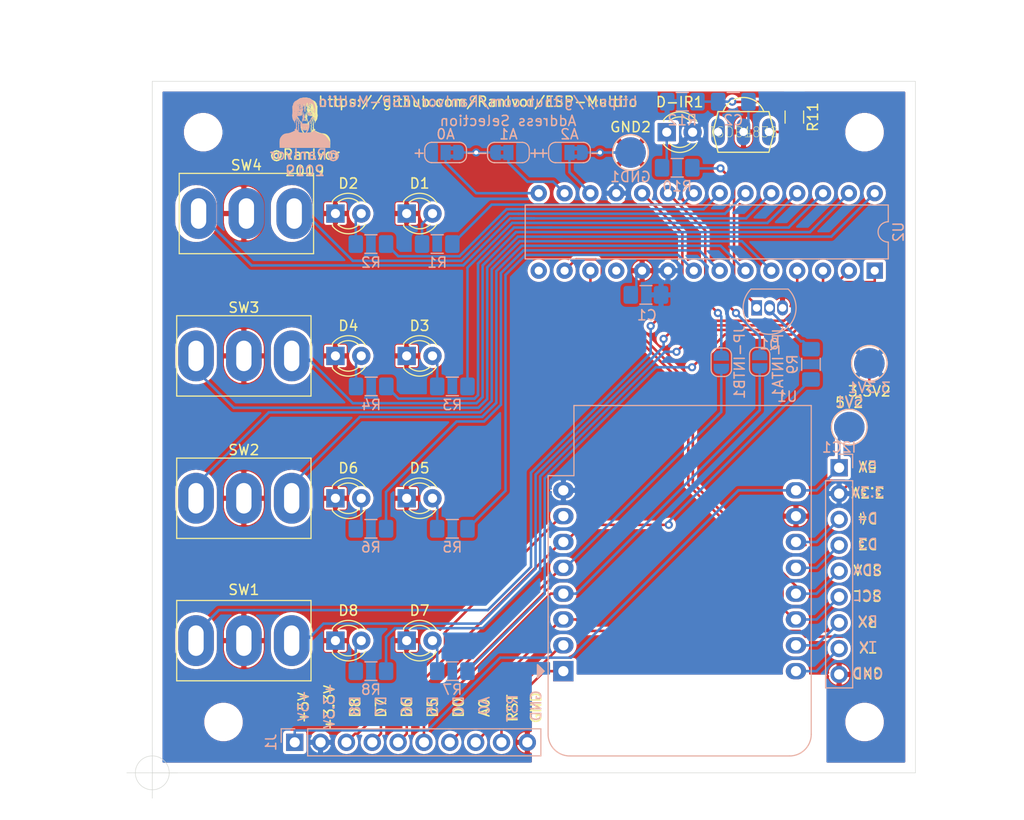
<source format=kicad_pcb>
(kicad_pcb (version 20171130) (host pcbnew 5.1.2-f72e74a~84~ubuntu18.04.1)
  (layers (0 F.Cu signal) (31 B.Cu signal) (34 B.Paste user) (35 F.Paste user) (36 B.SilkS user) (37 F.SilkS user) (38 B.Mask user) (39 F.Mask user) (44 Edge.Cuts user))
  (net 0 "")
  (net 1 GND)
  (net 2 +3V3)
  (net 3 +5V)
  (net 4 SDA)
  (net 5 SCL)
  (net 6 "Net-(D1-Pad2)")
  (net 7 "Net-(D2-Pad2)")
  (net 8 "Net-(D3-Pad2)")
  (net 9 "Net-(D4-Pad2)")
  (net 10 "Net-(D5-Pad2)")
  (net 11 "Net-(D6-Pad2)")
  (net 12 "Net-(D7-Pad2)")
  (net 13 "Net-(D8-Pad2)")
  (net 14 "Net-(A0-Pad2)")
  (net 15 "Net-(A1-Pad2)")
  (net 16 "Net-(A2-Pad2)")
  (net 17 /TX)
  (net 18 /RX)
  (net 19 D3)
  (net 20 D4)
  (net 21 /D5)
  (net 22 /D6)
  (net 23 "Net-(JP-INTB1-Pad2)")
  (net 24 /RST)
  (net 25 "Net-(JP-INTA1-Pad2)")
  (net 26 /A0)
  (net 27 /D0)
  (net 28 /D7)
  (net 29 /D8)
  (net 30 /GPA0)
  (net 31 /GPA1)
  (net 32 /GPA2)
  (net 33 /GPA3)
  (net 34 /GPA4)
  (net 35 /GPA5)
  (net 36 /GPA6)
  (net 37 /GPA7)
  (net 38 /GPB0)
  (net 39 /GPB1)
  (net 40 /GPB2)
  (net 41 /GPB3)
  (net 42 /GPB4)
  (net 43 /GPB5)
  (net 44 /GPB6)
  (net 45 /GPB7)
  (net 46 "Net-(Q1-Pad1)")
  (net 47 "Net-(Q1-Pad2)")
  (net 48 "Net-(C2-Pad1)")
  (net 49 "Net-(D-IR1-Pad1)")
  (net 50 "Net-(U2-Pad14)")
  (net 51 "Net-(U2-Pad11)")
  (module Switch:MTS-103 (layer F.Cu) (at 86.25 40 90)
    (fp_text reference SW4 (at 4.75 0 180) (layer F.SilkS))
    (fp_text value SW_SPDT_MSM)
    (pad 3 thru_hole oval (at 0 -4.7 90) (size 5 3.5) (drill oval 3 1.5) (layers *.Cu *.Mask) (net 33 /GPA3))
    (pad 2 thru_hole oval (at 0 0 90) (size 5 3.5) (drill oval 3 1.5) (layers *.Cu *.Mask) (net 1 GND))
    (pad 1 thru_hole oval (at 0 4.7 90) (size 5 3.5) (drill oval 3 1.5) (layers *.Cu *.Mask) (net 32 /GPA2))
  )
  (module Switch:MTS-103 (layer F.Cu) (at 86 54 90)
    (fp_text reference SW3 (at 4.75 0 180) (layer F.SilkS))
    (fp_text value SW_SPDT_MSM)
    (pad 3 thru_hole oval (at 0 -4.7 90) (size 5 3.5) (drill oval 3 1.5) (layers *.Cu *.Mask) (net 37 /GPA7))
    (pad 2 thru_hole oval (at 0 0 90) (size 5 3.5) (drill oval 3 1.5) (layers *.Cu *.Mask) (net 1 GND))
    (pad 1 thru_hole oval (at 0 4.7 90) (size 5 3.5) (drill oval 3 1.5) (layers *.Cu *.Mask) (net 36 /GPA6))
  )
  (module Switch:MTS-103 (layer F.Cu) (at 86 68 90)
    (fp_text reference SW2 (at 4.75 0 180) (layer F.SilkS))
    (fp_text value SW_SPDT_MSM)
    (pad 3 thru_hole oval (at 0 -4.7 90) (size 5 3.5) (drill oval 3 1.5) (layers *.Cu *.Mask) (net 42 /GPB4))
    (pad 2 thru_hole oval (at 0 0 90) (size 5 3.5) (drill oval 3 1.5) (layers *.Cu *.Mask) (net 1 GND))
    (pad 1 thru_hole oval (at 0 4.7 90) (size 5 3.5) (drill oval 3 1.5) (layers *.Cu *.Mask) (net 43 /GPB5))
  )
  (module Switch:MTS-103 (layer F.Cu) (at 86 82 90)
    (fp_text reference SW1 (at 5 0 180) (layer F.SilkS))
    (fp_text value SW_SPDT_MSM)
    (pad 3 thru_hole oval (at 0 -4.7 90) (size 5 3.5) (drill oval 3 1.5) (layers *.Cu *.Mask) (net 41 /GPB3))
    (pad 2 thru_hole oval (at 0 0 90) (size 5 3.5) (drill oval 3 1.5) (layers *.Cu *.Mask) (net 1 GND))
    (pad 1 thru_hole oval (at 0 4.7 90) (size 5 3.5) (drill oval 3 1.5) (layers *.Cu *.Mask) (net 40 /GPB2))
  )
  (module Resistor_SMD:R_1206_3216Metric_Pad1.42x1.75mm_HandSolder (layer B.Cu) (at 141.732 54.8275 270)
    (fp_text reference R9 (at 0 1.82 90) (layer B.SilkS) (effects (justify mirror)))
    (fp_text value 2.1kΩ)
    (pad 2 smd roundrect (at 1.4875 0 270) (size 1.425 1.75) (layers B.Cu B.Paste B.Mask) (roundrect_rratio 0.175439) (net 28 /D7))
    (pad 1 smd roundrect (at -1.4875 0 270) (size 1.425 1.75) (layers B.Cu B.Paste B.Mask) (roundrect_rratio 0.175439) (net 47 "Net-(Q1-Pad2)"))
  )
  (module Module:WEMOS_D1_mini_light (layer B.Cu) (at 117.4 85)
    (fp_text reference U1 (at 22 -27) (layer B.SilkS) (effects (justify mirror)))
    (fp_text value WeMos_D1_mini)
    (pad 2 thru_hole oval (at 0 -2.54) (size 2 1.6) (drill 1) (layers *.Cu *.Mask) (net 26 /A0))
    (pad 1 thru_hole rect (at 0 0) (size 2 2) (drill 1) (layers *.Cu *.Mask) (net 24 /RST))
    (pad 3 thru_hole oval (at 0 -5.08) (size 2 1.6) (drill 1) (layers *.Cu *.Mask) (net 27 /D0))
    (pad 4 thru_hole oval (at 0 -7.62) (size 2 1.6) (drill 1) (layers *.Cu *.Mask) (net 21 /D5))
    (pad 5 thru_hole oval (at 0 -10.16) (size 2 1.6) (drill 1) (layers *.Cu *.Mask) (net 22 /D6))
    (pad 6 thru_hole oval (at 0 -12.7) (size 2 1.6) (drill 1) (layers *.Cu *.Mask) (net 28 /D7))
    (pad 7 thru_hole oval (at 0 -15.24) (size 2 1.6) (drill 1) (layers *.Cu *.Mask) (net 29 /D8))
    (pad 8 thru_hole oval (at 0 -17.78) (size 2 1.6) (drill 1) (layers *.Cu *.Mask) (net 2 +3V3))
    (pad 9 thru_hole oval (at 22.86 -17.78) (size 2 1.6) (drill 1) (layers *.Cu *.Mask) (net 3 +5V))
    (pad 10 thru_hole oval (at 22.86 -15.24) (size 2 1.6) (drill 1) (layers *.Cu *.Mask) (net 1 GND))
    (pad 11 thru_hole oval (at 22.86 -12.7) (size 2 1.6) (drill 1) (layers *.Cu *.Mask) (net 20 D4))
    (pad 12 thru_hole oval (at 22.86 -10.16) (size 2 1.6) (drill 1) (layers *.Cu *.Mask) (net 19 D3))
    (pad 13 thru_hole oval (at 22.86 -7.62) (size 2 1.6) (drill 1) (layers *.Cu *.Mask) (net 4 SDA))
    (pad 14 thru_hole oval (at 22.86 -5.08) (size 2 1.6) (drill 1) (layers *.Cu *.Mask) (net 5 SCL))
    (pad 15 thru_hole oval (at 22.86 -2.54) (size 2 1.6) (drill 1) (layers *.Cu *.Mask) (net 18 /RX))
    (pad 16 thru_hole oval (at 22.86 0) (size 2 1.6) (drill 1) (layers *.Cu *.Mask) (net 17 /TX))
  )
  (module LED_THT:LED_D3.0mm (layer F.Cu) (at 95 82)
    (fp_text reference D8 (at 1.27 -2.96) (layer F.SilkS))
    (fp_text value LED)
    (pad 2 thru_hole circle (at 2.54 0) (size 1.8 1.8) (drill 0.9) (layers *.Cu *.Mask) (net 13 "Net-(D8-Pad2)"))
    (pad 1 thru_hole rect (at 0 0) (size 1.8 1.8) (drill 0.9) (layers *.Cu *.Mask) (net 1 GND))
  )
  (module logo:logo (layer B.Cu) (at 92 31 180)
    (fp_text reference G*** hide)
    (fp_text value LOGO hide)
  )
  (module logo:logo (layer F.Cu) (at 92 31)
    (fp_text reference G*** hide)
    (fp_text value LOGO hide)
  )
  (module Resistor_SMD:R_1206_3216Metric_Pad1.42x1.75mm_HandSolder (layer B.Cu) (at 129.0875 29)
    (fp_text reference R12 (at 0 1.82) (layer B.SilkS) (effects (justify mirror)))
    (fp_text value 100Ω)
    (pad 2 smd roundrect (at 1.4875 0) (size 1.425 1.75) (layers B.Cu B.Paste B.Mask) (roundrect_rratio 0.175439) (net 48 "Net-(C2-Pad1)"))
    (pad 1 smd roundrect (at -1.4875 0) (size 1.425 1.75) (layers B.Cu B.Paste B.Mask) (roundrect_rratio 0.175439) (net 2 +3V3))
  )
  (module Resistor_SMD:R_1206_3216Metric_Pad1.42x1.75mm_HandSolder (layer F.Cu) (at 140.1 30.5125 270)
    (fp_text reference R11 (at 0 -1.82 90) (layer F.SilkS))
    (fp_text value "33 kΩ")
    (pad 2 smd roundrect (at 1.4875 0 270) (size 1.425 1.75) (layers F.Cu F.Paste F.Mask) (roundrect_rratio 0.175439) (net 27 /D0))
    (pad 1 smd roundrect (at -1.4875 0 270) (size 1.425 1.75) (layers F.Cu F.Paste F.Mask) (roundrect_rratio 0.175439) (net 48 "Net-(C2-Pad1)"))
  )
  (module Capacitor_SMD:C_1206_3216Metric_Pad1.42x1.75mm_HandSolder (layer B.Cu) (at 134.1 29)
    (fp_text reference C2 (at 0 1.82) (layer B.SilkS) (effects (justify mirror)))
    (fp_text value "100 nF")
    (pad 2 smd roundrect (at 1.4875 0) (size 1.425 1.75) (layers B.Cu B.Paste B.Mask) (roundrect_rratio 0.175439) (net 1 GND))
    (pad 1 smd roundrect (at -1.4875 0) (size 1.425 1.75) (layers B.Cu B.Paste B.Mask) (roundrect_rratio 0.175439) (net 48 "Net-(C2-Pad1)"))
  )
  (module LED_THT:LED_D3.0mm (layer F.Cu) (at 127.56 32)
    (fp_text reference D-IR1 (at 1.27 -2.96) (layer F.SilkS))
    (fp_text value LED)
    (pad 2 thru_hole circle (at 2.54 0) (size 1.8 1.8) (drill 0.9) (layers *.Cu *.Mask) (net 2 +3V3))
    (pad 1 thru_hole rect (at 0 0) (size 1.8 1.8) (drill 0.9) (layers *.Cu *.Mask) (net 49 "Net-(D-IR1-Pad1)"))
  )
  (module TSOP1838:TSOP18XX (layer F.Cu) (at 135.1 32 180)
    (fp_text reference U4 (at 0 0) (layer F.SilkS) (effects (font (size 1 0.9) (thickness 0.05))))
    (fp_text value TSOP1838 (at 0 0) (layer F.SilkS) (effects (font (size 1 0.9) (thickness 0.05))))
    (pad OUT thru_hole oval (at -2.5012 0.0266 270) (size 2.6416 1.3208) (drill 0.8128) (layers *.Cu *.Mask) (net 27 /D0))
    (pad VCC thru_hole oval (at 2.4988 0.0266 270) (size 2.6416 1.3208) (drill 0.8128) (layers *.Cu *.Mask) (net 48 "Net-(C2-Pad1)"))
    (pad GND thru_hole oval (at -0.0012 0.0266 270) (size 2.6416 1.3208) (drill 0.8128) (layers *.Cu *.Mask) (net 1 GND))
  )
  (module Resistor_SMD:R_1206_3216Metric_Pad1.42x1.75mm_HandSolder (layer B.Cu) (at 128.5875 35.5)
    (fp_text reference R10 (at 0 1.82) (layer B.SilkS) (effects (justify mirror)))
    (fp_text value "53 Ω")
    (pad 2 smd roundrect (at 1.4875 0) (size 1.425 1.75) (layers B.Cu B.Paste B.Mask) (roundrect_rratio 0.175439) (net 46 "Net-(Q1-Pad1)"))
    (pad 1 smd roundrect (at -1.4875 0) (size 1.425 1.75) (layers B.Cu B.Paste B.Mask) (roundrect_rratio 0.175439) (net 49 "Net-(D-IR1-Pad1)"))
  )
  (module Package_TO_SOT_THT:TO-92_Inline (layer B.Cu) (at 136.398 49.276)
    (fp_text reference Q1 (at 1.27 3.56) (layer B.SilkS) (effects (justify mirror)))
    (fp_text value BC337)
    (pad 1 thru_hole rect (at 0 0) (size 1.05 1.5) (drill 0.75) (layers *.Cu *.Mask) (net 46 "Net-(Q1-Pad1)"))
    (pad 3 thru_hole oval (at 2.54 0) (size 1.05 1.5) (drill 0.75) (layers *.Cu *.Mask) (net 1 GND))
    (pad 2 thru_hole oval (at 1.27 0) (size 1.05 1.5) (drill 0.75) (layers *.Cu *.Mask) (net 47 "Net-(Q1-Pad2)"))
  )
  (module Connector_PinHeader_2.54mm:PinHeader_1x10_P2.54mm_Vertical (layer B.Cu) (at 91 92 270)
    (fp_text reference J1 (at 0 2.33 90) (layer B.SilkS) (effects (justify mirror)))
    (fp_text value Conn_01x10)
    (pad 10 thru_hole oval (at 0 -22.86 270) (size 1.7 1.7) (drill 1) (layers *.Cu *.Mask) (net 1 GND))
    (pad 9 thru_hole oval (at 0 -20.32 270) (size 1.7 1.7) (drill 1) (layers *.Cu *.Mask) (net 24 /RST))
    (pad 8 thru_hole oval (at 0 -17.78 270) (size 1.7 1.7) (drill 1) (layers *.Cu *.Mask) (net 26 /A0))
    (pad 7 thru_hole oval (at 0 -15.24 270) (size 1.7 1.7) (drill 1) (layers *.Cu *.Mask) (net 27 /D0))
    (pad 6 thru_hole oval (at 0 -12.7 270) (size 1.7 1.7) (drill 1) (layers *.Cu *.Mask) (net 21 /D5))
    (pad 5 thru_hole oval (at 0 -10.16 270) (size 1.7 1.7) (drill 1) (layers *.Cu *.Mask) (net 22 /D6))
    (pad 4 thru_hole oval (at 0 -7.62 270) (size 1.7 1.7) (drill 1) (layers *.Cu *.Mask) (net 28 /D7))
    (pad 3 thru_hole oval (at 0 -5.08 270) (size 1.7 1.7) (drill 1) (layers *.Cu *.Mask) (net 29 /D8))
    (pad 2 thru_hole oval (at 0 -2.54 270) (size 1.7 1.7) (drill 1) (layers *.Cu *.Mask) (net 2 +3V3))
    (pad 1 thru_hole rect (at 0 0 270) (size 1.7 1.7) (drill 1) (layers *.Cu *.Mask) (net 3 +5V))
  )
  (module Jumper:SolderJumper-2_P1.3mm_Open_RoundedPad1.0x1.5mm (layer B.Cu) (at 136.697 54.573 90)
    (fp_text reference JP-INTA1 (at 0 1.8 270) (layer B.SilkS) (effects (justify mirror)))
    (fp_text value SolderJumper_2_Open)
    (pad 2 smd custom (at 0.65 0 90) (size 1 0.5) (layers B.Cu B.Mask) (net 25 "Net-(JP-INTA1-Pad2)") (options (clearance outline) (anchor rect)) (primitives (gr_circle (center 0 -0.25) (end 0.5 -0.25) (width 0)) (gr_circle (center 0 0.25) (end 0.5 0.25) (width 0)) (gr_poly (pts (xy 0 0.75) (xy -0.5 0.75) (xy -0.5 -0.75) (xy 0 -0.75)) (width 0))))
    (pad 1 smd custom (at -0.65 0 90) (size 1 0.5) (layers B.Cu B.Mask) (net 21 /D5) (options (clearance outline) (anchor rect)) (primitives (gr_circle (center 0 -0.25) (end 0.5 -0.25) (width 0)) (gr_circle (center 0 0.25) (end 0.5 0.25) (width 0)) (gr_poly (pts (xy 0 0.75) (xy 0.5 0.75) (xy 0.5 -0.75) (xy 0 -0.75)) (width 0))))
  )
  (module Jumper:SolderJumper-2_P1.3mm_Open_RoundedPad1.0x1.5mm (layer B.Cu) (at 132.922 54.623 90)
    (fp_text reference JP-INTB1 (at 0 1.8 270) (layer B.SilkS) (effects (justify mirror)))
    (fp_text value SolderJumper_2_Open)
    (pad 2 smd custom (at 0.65 0 90) (size 1 0.5) (layers B.Cu B.Mask) (net 23 "Net-(JP-INTB1-Pad2)") (options (clearance outline) (anchor rect)) (primitives (gr_circle (center 0 -0.25) (end 0.5 -0.25) (width 0)) (gr_circle (center 0 0.25) (end 0.5 0.25) (width 0)) (gr_poly (pts (xy 0 0.75) (xy -0.5 0.75) (xy -0.5 -0.75) (xy 0 -0.75)) (width 0))))
    (pad 1 smd custom (at -0.65 0 90) (size 1 0.5) (layers B.Cu B.Mask) (net 22 /D6) (options (clearance outline) (anchor rect)) (primitives (gr_circle (center 0 -0.25) (end 0.5 -0.25) (width 0)) (gr_circle (center 0 0.25) (end 0.5 0.25) (width 0)) (gr_poly (pts (xy 0 0.75) (xy 0.5 0.75) (xy 0.5 -0.75) (xy 0 -0.75)) (width 0))))
  )
  (module Connector_PinHeader_2.54mm:PinHeader_1x09_P2.54mm_Vertical (layer B.Cu) (at 144.5 65 180)
    (fp_text reference I2C1 (at 0 2) (layer B.SilkS) (effects (justify mirror)))
    (fp_text value Conn_01x09)
    (pad 9 thru_hole oval (at 0 -20.32 180) (size 1.7 1.7) (drill 1) (layers *.Cu *.Mask) (net 1 GND))
    (pad 8 thru_hole oval (at 0 -17.78 180) (size 1.7 1.7) (drill 1) (layers *.Cu *.Mask) (net 17 /TX))
    (pad 7 thru_hole oval (at 0 -15.24 180) (size 1.7 1.7) (drill 1) (layers *.Cu *.Mask) (net 18 /RX))
    (pad 6 thru_hole oval (at 0 -12.7 180) (size 1.7 1.7) (drill 1) (layers *.Cu *.Mask) (net 5 SCL))
    (pad 5 thru_hole oval (at 0 -10.16 180) (size 1.7 1.7) (drill 1) (layers *.Cu *.Mask) (net 4 SDA))
    (pad 4 thru_hole oval (at 0 -7.62 180) (size 1.7 1.7) (drill 1) (layers *.Cu *.Mask) (net 19 D3))
    (pad 3 thru_hole oval (at 0 -5.08 180) (size 1.7 1.7) (drill 1) (layers *.Cu *.Mask) (net 20 D4))
    (pad 2 thru_hole oval (at 0 -2.54 180) (size 1.7 1.7) (drill 1) (layers *.Cu *.Mask) (net 2 +3V3))
    (pad 1 thru_hole rect (at 0 0 180) (size 1.7 1.7) (drill 1) (layers *.Cu *.Mask) (net 3 +5V))
  )
  (module TestPoint:TestPoint_Pad_D3.0mm (layer F.Cu) (at 147.472 54.73)
    (fp_text reference 3.3V2 (at 0 2.75) (layer F.SilkS))
    (fp_text value TestPoint)
    (pad 1 smd circle (at 0 0) (size 3 3) (layers F.Cu F.Mask) (net 2 +3V3))
  )
  (module Package_DIP:DIP-28_W7.62mm (layer B.Cu) (at 148 45.62 90)
    (fp_text reference U2 (at 3.81 2.33 90) (layer B.SilkS) (effects (justify mirror)))
    (fp_text value MCP23017_SP)
    (pad 28 thru_hole oval (at 7.62 0 90) (size 1.6 1.6) (drill 0.8) (layers *.Cu *.Mask) (net 37 /GPA7))
    (pad 14 thru_hole oval (at 0 -33.02 90) (size 1.6 1.6) (drill 0.8) (layers *.Cu *.Mask) (net 50 "Net-(U2-Pad14)"))
    (pad 27 thru_hole oval (at 7.62 -2.54 90) (size 1.6 1.6) (drill 0.8) (layers *.Cu *.Mask) (net 36 /GPA6))
    (pad 13 thru_hole oval (at 0 -30.48 90) (size 1.6 1.6) (drill 0.8) (layers *.Cu *.Mask) (net 4 SDA))
    (pad 26 thru_hole oval (at 7.62 -5.08 90) (size 1.6 1.6) (drill 0.8) (layers *.Cu *.Mask) (net 35 /GPA5))
    (pad 12 thru_hole oval (at 0 -27.94 90) (size 1.6 1.6) (drill 0.8) (layers *.Cu *.Mask) (net 5 SCL))
    (pad 25 thru_hole oval (at 7.62 -7.62 90) (size 1.6 1.6) (drill 0.8) (layers *.Cu *.Mask) (net 34 /GPA4))
    (pad 11 thru_hole oval (at 0 -25.4 90) (size 1.6 1.6) (drill 0.8) (layers *.Cu *.Mask) (net 51 "Net-(U2-Pad11)"))
    (pad 24 thru_hole oval (at 7.62 -10.16 90) (size 1.6 1.6) (drill 0.8) (layers *.Cu *.Mask) (net 33 /GPA3))
    (pad 10 thru_hole oval (at 0 -22.86 90) (size 1.6 1.6) (drill 0.8) (layers *.Cu *.Mask) (net 1 GND))
    (pad 23 thru_hole oval (at 7.62 -12.7 90) (size 1.6 1.6) (drill 0.8) (layers *.Cu *.Mask) (net 32 /GPA2))
    (pad 9 thru_hole oval (at 0 -20.32 90) (size 1.6 1.6) (drill 0.8) (layers *.Cu *.Mask) (net 2 +3V3))
    (pad 22 thru_hole oval (at 7.62 -15.24 90) (size 1.6 1.6) (drill 0.8) (layers *.Cu *.Mask) (net 31 /GPA1))
    (pad 8 thru_hole oval (at 0 -17.78 90) (size 1.6 1.6) (drill 0.8) (layers *.Cu *.Mask) (net 45 /GPB7))
    (pad 21 thru_hole oval (at 7.62 -17.78 90) (size 1.6 1.6) (drill 0.8) (layers *.Cu *.Mask) (net 30 /GPA0))
    (pad 7 thru_hole oval (at 0 -15.24 90) (size 1.6 1.6) (drill 0.8) (layers *.Cu *.Mask) (net 44 /GPB6))
    (pad 20 thru_hole oval (at 7.62 -20.32 90) (size 1.6 1.6) (drill 0.8) (layers *.Cu *.Mask) (net 25 "Net-(JP-INTA1-Pad2)"))
    (pad 6 thru_hole oval (at 0 -12.7 90) (size 1.6 1.6) (drill 0.8) (layers *.Cu *.Mask) (net 43 /GPB5))
    (pad 19 thru_hole oval (at 7.62 -22.86 90) (size 1.6 1.6) (drill 0.8) (layers *.Cu *.Mask) (net 23 "Net-(JP-INTB1-Pad2)"))
    (pad 5 thru_hole oval (at 0 -10.16 90) (size 1.6 1.6) (drill 0.8) (layers *.Cu *.Mask) (net 42 /GPB4))
    (pad 18 thru_hole oval (at 7.62 -25.4 90) (size 1.6 1.6) (drill 0.8) (layers *.Cu *.Mask) (net 2 +3V3))
    (pad 4 thru_hole oval (at 0 -7.62 90) (size 1.6 1.6) (drill 0.8) (layers *.Cu *.Mask) (net 41 /GPB3))
    (pad 17 thru_hole oval (at 7.62 -27.94 90) (size 1.6 1.6) (drill 0.8) (layers *.Cu *.Mask) (net 16 "Net-(A2-Pad2)"))
    (pad 3 thru_hole oval (at 0 -5.08 90) (size 1.6 1.6) (drill 0.8) (layers *.Cu *.Mask) (net 40 /GPB2))
    (pad 16 thru_hole oval (at 7.62 -30.48 90) (size 1.6 1.6) (drill 0.8) (layers *.Cu *.Mask) (net 15 "Net-(A1-Pad2)"))
    (pad 2 thru_hole oval (at 0 -2.54 90) (size 1.6 1.6) (drill 0.8) (layers *.Cu *.Mask) (net 39 /GPB1))
    (pad 15 thru_hole oval (at 7.62 -33.02 90) (size 1.6 1.6) (drill 0.8) (layers *.Cu *.Mask) (net 14 "Net-(A0-Pad2)"))
    (pad 1 thru_hole rect (at 0 0 90) (size 1.6 1.6) (drill 0.8) (layers *.Cu *.Mask) (net 38 /GPB0))
  )
  (module Capacitor_SMD:C_1206_3216Metric_Pad1.42x1.75mm_HandSolder (layer B.Cu) (at 125.5125 48 180)
    (fp_text reference C1 (at -0.0952 -2) (layer B.SilkS) (effects (justify mirror)))
    (fp_text value "100 nF")
    (pad 2 smd roundrect (at 1.4875 0 180) (size 1.425 1.75) (layers B.Cu B.Paste B.Mask) (roundrect_rratio 0.175439) (net 1 GND))
    (pad 1 smd roundrect (at -1.4875 0 180) (size 1.425 1.75) (layers B.Cu B.Paste B.Mask) (roundrect_rratio 0.175439) (net 2 +3V3))
  )
  (module MountingHole:MountingHole_3.2mm_M3 (layer F.Cu) (at 82 32)
    (fp_text reference H4 (at 0.25 0) (layer F.SilkS))
    (fp_text value MountingHole)
    (pad 1 np_thru_hole circle (at 0 0) (size 3.2 3.2) (drill 3.2) (layers *.Cu *.Mask))
  )
  (module MountingHole:MountingHole_3.2mm_M3 (layer F.Cu) (at 147 32)
    (fp_text reference H3 (at 0.25 0) (layer F.SilkS))
    (fp_text value MountingHole)
    (pad 1 np_thru_hole circle (at 0 0) (size 3.2 3.2) (drill 3.2) (layers *.Cu *.Mask))
  )
  (module MountingHole:MountingHole_3.2mm_M3 (layer F.Cu) (at 147 90)
    (fp_text reference H2 (at 0.25 0) (layer F.SilkS))
    (fp_text value MountingHole)
    (pad 1 np_thru_hole circle (at 0 0) (size 3.2 3.2) (drill 3.2) (layers *.Cu *.Mask))
  )
  (module MountingHole:MountingHole_3.2mm_M3 (layer F.Cu) (at 84 90)
    (fp_text reference H1 (at 0.25 0) (layer F.SilkS))
    (fp_text value MountingHole)
    (pad 1 np_thru_hole circle (at 0 0) (size 3.2 3.2) (drill 3.2) (layers *.Cu *.Mask))
  )
  (module TestPoint:TestPoint_Pad_D3.0mm (layer F.Cu) (at 124 34)
    (fp_text reference GND2 (at 0 -2.5) (layer F.SilkS))
    (fp_text value TestPoint)
    (pad 1 smd circle (at 0 0) (size 3 3) (layers F.Cu F.Mask) (net 1 GND))
  )
  (module TestPoint:TestPoint_Pad_D3.0mm (layer F.Cu) (at 145.5 61)
    (fp_text reference 5V2 (at 0 -2.398) (layer F.SilkS))
    (fp_text value TestPoint)
    (pad 1 smd circle (at 0 0) (size 3 3) (layers F.Cu F.Mask) (net 3 +5V))
  )
  (module LED_THT:LED_D3.0mm (layer F.Cu) (at 102 82)
    (fp_text reference D7 (at 1.27 -2.96) (layer F.SilkS))
    (fp_text value LED)
    (pad 2 thru_hole circle (at 2.54 0) (size 1.8 1.8) (drill 0.9) (layers *.Cu *.Mask) (net 12 "Net-(D7-Pad2)"))
    (pad 1 thru_hole rect (at 0 0) (size 1.8 1.8) (drill 0.9) (layers *.Cu *.Mask) (net 1 GND))
  )
  (module LED_THT:LED_D3.0mm (layer F.Cu) (at 95 68)
    (fp_text reference D6 (at 1.27 -2.96) (layer F.SilkS))
    (fp_text value LED)
    (pad 2 thru_hole circle (at 2.54 0) (size 1.8 1.8) (drill 0.9) (layers *.Cu *.Mask) (net 11 "Net-(D6-Pad2)"))
    (pad 1 thru_hole rect (at 0 0) (size 1.8 1.8) (drill 0.9) (layers *.Cu *.Mask) (net 1 GND))
  )
  (module LED_THT:LED_D3.0mm (layer F.Cu) (at 102 68)
    (fp_text reference D5 (at 1.27 -2.96) (layer F.SilkS))
    (fp_text value LED)
    (pad 2 thru_hole circle (at 2.54 0) (size 1.8 1.8) (drill 0.9) (layers *.Cu *.Mask) (net 10 "Net-(D5-Pad2)"))
    (pad 1 thru_hole rect (at 0 0) (size 1.8 1.8) (drill 0.9) (layers *.Cu *.Mask) (net 1 GND))
  )
  (module LED_THT:LED_D3.0mm (layer F.Cu) (at 95 54)
    (fp_text reference D4 (at 1.27 -2.96) (layer F.SilkS))
    (fp_text value LED)
    (pad 2 thru_hole circle (at 2.54 0) (size 1.8 1.8) (drill 0.9) (layers *.Cu *.Mask) (net 9 "Net-(D4-Pad2)"))
    (pad 1 thru_hole rect (at 0 0) (size 1.8 1.8) (drill 0.9) (layers *.Cu *.Mask) (net 1 GND))
  )
  (module LED_THT:LED_D3.0mm (layer F.Cu) (at 102 54)
    (fp_text reference D3 (at 1.27 -2.96) (layer F.SilkS))
    (fp_text value LED)
    (pad 2 thru_hole circle (at 2.54 0) (size 1.8 1.8) (drill 0.9) (layers *.Cu *.Mask) (net 8 "Net-(D3-Pad2)"))
    (pad 1 thru_hole rect (at 0 0) (size 1.8 1.8) (drill 0.9) (layers *.Cu *.Mask) (net 1 GND))
  )
  (module LED_THT:LED_D3.0mm (layer F.Cu) (at 95 40)
    (fp_text reference D2 (at 1.27 -2.96) (layer F.SilkS))
    (fp_text value LED)
    (pad 2 thru_hole circle (at 2.54 0) (size 1.8 1.8) (drill 0.9) (layers *.Cu *.Mask) (net 7 "Net-(D2-Pad2)"))
    (pad 1 thru_hole rect (at 0 0) (size 1.8 1.8) (drill 0.9) (layers *.Cu *.Mask) (net 1 GND))
  )
  (module LED_THT:LED_D3.0mm (layer F.Cu) (at 102 40)
    (fp_text reference D1 (at 1.27 -2.96) (layer F.SilkS))
    (fp_text value LED)
    (pad 2 thru_hole circle (at 2.54 0) (size 1.8 1.8) (drill 0.9) (layers *.Cu *.Mask) (net 6 "Net-(D1-Pad2)"))
    (pad 1 thru_hole rect (at 0 0) (size 1.8 1.8) (drill 0.9) (layers *.Cu *.Mask) (net 1 GND))
  )
  (module Resistor_SMD:R_1206_3216Metric_Pad1.42x1.75mm_HandSolder (layer B.Cu) (at 98.4875 85)
    (fp_text reference R8 (at 0 1.82 180) (layer B.SilkS) (effects (justify mirror)))
    (fp_text value R)
    (pad 2 smd roundrect (at 1.4875 0) (size 1.425 1.75) (layers B.Cu B.Paste B.Mask) (roundrect_rratio 0.175439) (net 39 /GPB1))
    (pad 1 smd roundrect (at -1.4875 0) (size 1.425 1.75) (layers B.Cu B.Paste B.Mask) (roundrect_rratio 0.175439) (net 13 "Net-(D8-Pad2)"))
  )
  (module Resistor_SMD:R_1206_3216Metric_Pad1.42x1.75mm_HandSolder (layer B.Cu) (at 106.4875 85)
    (fp_text reference R7 (at 0 1.82 180) (layer B.SilkS) (effects (justify mirror)))
    (fp_text value R)
    (pad 2 smd roundrect (at 1.4875 0) (size 1.425 1.75) (layers B.Cu B.Paste B.Mask) (roundrect_rratio 0.175439) (net 38 /GPB0))
    (pad 1 smd roundrect (at -1.4875 0) (size 1.425 1.75) (layers B.Cu B.Paste B.Mask) (roundrect_rratio 0.175439) (net 12 "Net-(D7-Pad2)"))
  )
  (module Resistor_SMD:R_1206_3216Metric_Pad1.42x1.75mm_HandSolder (layer B.Cu) (at 98.4875 71)
    (fp_text reference R6 (at 0 1.82 180) (layer B.SilkS) (effects (justify mirror)))
    (fp_text value R)
    (pad 2 smd roundrect (at 1.4875 0) (size 1.425 1.75) (layers B.Cu B.Paste B.Mask) (roundrect_rratio 0.175439) (net 44 /GPB6))
    (pad 1 smd roundrect (at -1.4875 0) (size 1.425 1.75) (layers B.Cu B.Paste B.Mask) (roundrect_rratio 0.175439) (net 11 "Net-(D6-Pad2)"))
  )
  (module Resistor_SMD:R_1206_3216Metric_Pad1.42x1.75mm_HandSolder (layer B.Cu) (at 106.4875 71)
    (fp_text reference R5 (at 0 1.82 180) (layer B.SilkS) (effects (justify mirror)))
    (fp_text value R)
    (pad 2 smd roundrect (at 1.4875 0) (size 1.425 1.75) (layers B.Cu B.Paste B.Mask) (roundrect_rratio 0.175439) (net 45 /GPB7))
    (pad 1 smd roundrect (at -1.4875 0) (size 1.425 1.75) (layers B.Cu B.Paste B.Mask) (roundrect_rratio 0.175439) (net 10 "Net-(D5-Pad2)"))
  )
  (module Resistor_SMD:R_1206_3216Metric_Pad1.42x1.75mm_HandSolder (layer B.Cu) (at 98.5125 57)
    (fp_text reference R4 (at 0 1.82 180) (layer B.SilkS) (effects (justify mirror)))
    (fp_text value R)
    (pad 2 smd roundrect (at 1.4875 0) (size 1.425 1.75) (layers B.Cu B.Paste B.Mask) (roundrect_rratio 0.175439) (net 35 /GPA5))
    (pad 1 smd roundrect (at -1.4875 0) (size 1.425 1.75) (layers B.Cu B.Paste B.Mask) (roundrect_rratio 0.175439) (net 9 "Net-(D4-Pad2)"))
  )
  (module Resistor_SMD:R_1206_3216Metric_Pad1.42x1.75mm_HandSolder (layer B.Cu) (at 106.4875 57)
    (fp_text reference R3 (at 0 1.82 180) (layer B.SilkS) (effects (justify mirror)))
    (fp_text value R)
    (pad 2 smd roundrect (at 1.4875 0) (size 1.425 1.75) (layers B.Cu B.Paste B.Mask) (roundrect_rratio 0.175439) (net 34 /GPA4))
    (pad 1 smd roundrect (at -1.4875 0) (size 1.425 1.75) (layers B.Cu B.Paste B.Mask) (roundrect_rratio 0.175439) (net 8 "Net-(D3-Pad2)"))
  )
  (module Resistor_SMD:R_1206_3216Metric_Pad1.42x1.75mm_HandSolder (layer B.Cu) (at 98.4875 43)
    (fp_text reference R2 (at 0 1.82 180) (layer B.SilkS) (effects (justify mirror)))
    (fp_text value R)
    (pad 2 smd roundrect (at 1.4875 0) (size 1.425 1.75) (layers B.Cu B.Paste B.Mask) (roundrect_rratio 0.175439) (net 31 /GPA1))
    (pad 1 smd roundrect (at -1.4875 0) (size 1.425 1.75) (layers B.Cu B.Paste B.Mask) (roundrect_rratio 0.175439) (net 7 "Net-(D2-Pad2)"))
  )
  (module Resistor_SMD:R_1206_3216Metric_Pad1.42x1.75mm_HandSolder (layer B.Cu) (at 105 43)
    (fp_text reference R1 (at 0 1.82 180) (layer B.SilkS) (effects (justify mirror)))
    (fp_text value R)
    (pad 2 smd roundrect (at 1.4875 0) (size 1.425 1.75) (layers B.Cu B.Paste B.Mask) (roundrect_rratio 0.175439) (net 30 /GPA0))
    (pad 1 smd roundrect (at -1.4875 0) (size 1.425 1.75) (layers B.Cu B.Paste B.Mask) (roundrect_rratio 0.175439) (net 6 "Net-(D1-Pad2)"))
  )
  (module TestPoint:TestPoint_Pad_D3.0mm (layer B.Cu) (at 145.5 61)
    (fp_text reference 5V1 (at 0 -2.5) (layer B.SilkS) (effects (justify mirror)))
    (fp_text value TestPoint)
    (pad 1 smd circle (at 0 0) (size 3 3) (layers B.Cu B.Mask) (net 3 +5V))
  )
  (module TestPoint:TestPoint_Pad_D3.0mm (layer B.Cu) (at 124 34)
    (fp_text reference GND1 (at 0 2.398) (layer B.SilkS) (effects (justify mirror)))
    (fp_text value TestPoint)
    (pad 1 smd circle (at 0 0) (size 3 3) (layers B.Cu B.Mask) (net 1 GND))
  )
  (module TestPoint:TestPoint_Pad_D3.0mm (layer B.Cu) (at 147.472 54.73)
    (fp_text reference 3.3V1 (at 0 2.398) (layer B.SilkS) (effects (justify mirror)))
    (fp_text value TestPoint)
    (pad 1 smd circle (at 0 0) (size 3 3) (layers B.Cu B.Mask) (net 2 +3V3))
  )
  (module Jumper:SolderJumper-3_P1.3mm_Bridged2Bar12_RoundedPad1.0x1.5mm_NumberLabels (layer B.Cu) (at 112 34)
    (fp_text reference A1 (at 0 -1.7928) (layer B.SilkS) (effects (justify mirror)))
    (fp_text value SolderJumper)
    (fp_text user + (at 2.6 0) (layer B.SilkS) (effects (justify mirror)))
    (fp_text user - (at -2.6 0) (layer B.SilkS) (effects (justify mirror)))
    (fp_poly (pts (xy -0.9 0.6) (xy -0.4 0.6) (xy -0.4 0.2) (xy -0.9 0.2)) (layer B.Cu) (width 0))
    (fp_poly (pts (xy -0.9 -0.2) (xy -0.4 -0.2) (xy -0.4 -0.6) (xy -0.9 -0.6)) (layer B.Cu) (width 0))
    (pad 3 smd custom (at 1.3 0) (size 1 0.5) (layers B.Cu B.Mask) (net 2 +3V3) (options (clearance outline) (anchor rect)) (primitives (gr_circle (center 0 -0.25) (end 0.5 -0.25) (width 0)) (gr_circle (center 0 0.25) (end 0.5 0.25) (width 0)) (gr_poly (pts (xy -0.55 0.75) (xy 0 0.75) (xy 0 -0.75) (xy -0.55 -0.75)) (width 0))))
    (pad 2 smd rect (at 0 0) (size 1 1.5) (layers B.Cu B.Mask) (net 15 "Net-(A1-Pad2)"))
    (pad 1 smd custom (at -1.3 0) (size 1 0.5) (layers B.Cu B.Mask) (net 1 GND) (options (clearance outline) (anchor rect)) (primitives (gr_circle (center 0 -0.25) (end 0.5 -0.25) (width 0)) (gr_circle (center 0 0.25) (end 0.5 0.25) (width 0)) (gr_poly (pts (xy 0.55 0.75) (xy 0 0.75) (xy 0 -0.75) (xy 0.55 -0.75)) (width 0))))
  )
  (module Jumper:SolderJumper-3_P1.3mm_Bridged2Bar12_RoundedPad1.0x1.5mm_NumberLabels (layer B.Cu) (at 118 34 180)
    (fp_text reference A2 (at 0 1.8) (layer B.SilkS) (effects (justify mirror)))
    (fp_text value SolderJumper)
    (fp_text user + (at 2.6 0) (layer B.SilkS) (effects (justify mirror)))
    (fp_text user - (at -2.6 0) (layer B.SilkS) (effects (justify mirror)))
    (fp_poly (pts (xy -0.9 0.6) (xy -0.4 0.6) (xy -0.4 0.2) (xy -0.9 0.2)) (layer B.Cu) (width 0))
    (fp_poly (pts (xy -0.9 -0.2) (xy -0.4 -0.2) (xy -0.4 -0.6) (xy -0.9 -0.6)) (layer B.Cu) (width 0))
    (pad 3 smd custom (at 1.3 0 180) (size 1 0.5) (layers B.Cu B.Mask) (net 2 +3V3) (options (clearance outline) (anchor rect)) (primitives (gr_circle (center 0 -0.25) (end 0.5 -0.25) (width 0)) (gr_circle (center 0 0.25) (end 0.5 0.25) (width 0)) (gr_poly (pts (xy -0.55 0.75) (xy 0 0.75) (xy 0 -0.75) (xy -0.55 -0.75)) (width 0))))
    (pad 2 smd rect (at 0 0 180) (size 1 1.5) (layers B.Cu B.Mask) (net 16 "Net-(A2-Pad2)"))
    (pad 1 smd custom (at -1.3 0 180) (size 1 0.5) (layers B.Cu B.Mask) (net 1 GND) (options (clearance outline) (anchor rect)) (primitives (gr_circle (center 0 -0.25) (end 0.5 -0.25) (width 0)) (gr_circle (center 0 0.25) (end 0.5 0.25) (width 0)) (gr_poly (pts (xy 0.55 0.75) (xy 0 0.75) (xy 0 -0.75) (xy 0.55 -0.75)) (width 0))))
  )
  (module Jumper:SolderJumper-3_P1.3mm_Bridged2Bar12_RoundedPad1.0x1.5mm_NumberLabels (layer B.Cu) (at 105.8278 33.99696 180)
    (fp_text reference A0 (at 0 1.8) (layer B.SilkS) (effects (justify mirror)))
    (fp_text value SolderJumper)
    (fp_poly (pts (xy -0.9 -0.2) (xy -0.4 -0.2) (xy -0.4 -0.6) (xy -0.9 -0.6)) (layer B.Cu) (width 0))
    (fp_poly (pts (xy -0.9 0.6) (xy -0.4 0.6) (xy -0.4 0.2) (xy -0.9 0.2)) (layer B.Cu) (width 0))
    (fp_text user - (at -2.6 0) (layer B.SilkS) (effects (justify mirror)))
    (fp_text user + (at 2.6 0) (layer B.SilkS) (effects (justify mirror)))
    (pad 1 smd custom (at -1.3 0 180) (size 1 0.5) (layers B.Cu B.Mask) (net 1 GND) (options (clearance outline) (anchor rect)) (primitives (gr_circle (center 0 -0.25) (end 0.5 -0.25) (width 0)) (gr_circle (center 0 0.25) (end 0.5 0.25) (width 0)) (gr_poly (pts (xy 0.55 0.75) (xy 0 0.75) (xy 0 -0.75) (xy 0.55 -0.75)) (width 0))))
    (pad 2 smd rect (at 0 0 180) (size 1 1.5) (layers B.Cu B.Mask) (net 14 "Net-(A0-Pad2)"))
    (pad 3 smd custom (at 1.3 0 180) (size 1 0.5) (layers B.Cu B.Mask) (net 2 +3V3) (options (clearance outline) (anchor rect)) (primitives (gr_circle (center 0 -0.25) (end 0.5 -0.25) (width 0)) (gr_circle (center 0 0.25) (end 0.5 0.25) (width 0)) (gr_poly (pts (xy -0.55 0.75) (xy 0 0.75) (xy 0 -0.75) (xy -0.55 -0.75)) (width 0))))
  )
  (gr_text https://github.com/Ranlvor/ESP-Multiio (at 109 29) (layer B.SilkS) (effects (font (size 1 1)) (justify mirror)))
  (gr_text https://github.com/Ranlvor/ESP-Multiio (at 109 29) (layer F.SilkS) (effects (font (size 1 1))))
  (gr_text "@Ranlvor\n2019" (at 92 35) (layer B.SilkS) (effects (font (size 1 1)) (justify mirror)))
  (gr_text "@Ranlvor\n2019" (at 92 35) (layer F.SilkS) (effects (font (size 1 1))))
  (gr_text RST (at 112.4 88.65 90) (layer F.SilkS) (effects (font (size 1 1))))
  (gr_text RST (at 112.4 88.65 90) (layer B.SilkS) (effects (font (size 1 1)) (justify mirror)))
  (gr_text SDA (at 147.32 75.04 180) (layer F.SilkS) (effects (font (size 1 1))))
  (gr_text GND (at 147.32 85.2 180) (layer F.SilkS) (effects (font (size 1 1))))
  (gr_text SCL (at 147.32 77.58 180) (layer F.SilkS) (effects (font (size 1 1))))
  (gr_text D3 (at 147.32 72.5 180) (layer F.SilkS) (effects (font (size 1 1))))
  (gr_text TX (at 147.32 82.66 180) (layer F.SilkS) (effects (font (size 1 1))))
  (gr_text 5V (at 147.32 64.88 180) (layer F.SilkS) (effects (font (size 1 1))))
  (gr_text 3.3V (at 147.32 67.42 180) (layer F.SilkS) (effects (font (size 1 1))))
  (gr_text D4 (at 147.32 69.96 180) (layer F.SilkS) (effects (font (size 1 1))))
  (gr_text RX (at 147.32 80.12 180) (layer F.SilkS) (effects (font (size 1 1))))
  (gr_text GND (at 147.32 85.2) (layer B.SilkS) (effects (font (size 1 1)) (justify mirror)))
  (gr_text TX (at 147.32 82.66) (layer B.SilkS) (effects (font (size 1 1)) (justify mirror)))
  (gr_text RX (at 147.32 80.12) (layer B.SilkS) (effects (font (size 1 1)) (justify mirror)))
  (gr_text SCL (at 147.32 77.58) (layer B.SilkS) (effects (font (size 1 1)) (justify mirror)))
  (gr_text SDA (at 147.32 75.04) (layer B.SilkS) (effects (font (size 1 1)) (justify mirror)))
  (gr_text D3 (at 147.32 72.5) (layer B.SilkS) (effects (font (size 1 1)) (justify mirror)))
  (gr_text D4 (at 147.32 69.96) (layer B.SilkS) (effects (font (size 1 1)) (justify mirror)))
  (gr_text 3.3V (at 147.32 67.42) (layer B.SilkS) (effects (font (size 1 1)) (justify mirror)))
  (gr_text 5V (at 147.32 64.88) (layer B.SilkS) (effects (font (size 1 1)) (justify mirror)))
  (gr_text GND (at 114.72 88.6 90) (layer F.SilkS) (effects (font (size 1 1))))
  (gr_text +3.3V (at 94.4 88.6 90) (layer F.SilkS) (effects (font (size 1 1))))
  (gr_text A0 (at 109.64 88.6 90) (layer F.SilkS) (effects (font (size 1 1))))
  (gr_text D6 (at 102.02 88.6 90) (layer F.SilkS) (effects (font (size 1 1))))
  (gr_text D0 (at 107.1 88.6 90) (layer F.SilkS) (effects (font (size 1 1))))
  (gr_text D5 (at 104.56 88.6 90) (layer F.SilkS) (effects (font (size 1 1))))
  (gr_text +5V (at 91.86 88.6 90) (layer F.SilkS) (effects (font (size 1 1))))
  (gr_text D8 (at 96.94 88.6 90) (layer F.SilkS) (effects (font (size 1 1))))
  (gr_text D7 (at 99.48 88.6 90) (layer F.SilkS) (effects (font (size 1 1))))
  (gr_text +5V (at 91.86 88.4 90) (layer B.SilkS) (effects (font (size 1 1)) (justify mirror)))
  (gr_text GND (at 114.72 88.4 90) (layer B.SilkS) (effects (font (size 1 1)) (justify mirror)))
  (gr_text A0 (at 109.64 88.4 90) (layer B.SilkS) (effects (font (size 1 1)) (justify mirror)))
  (gr_text D0 (at 107.1 88.4 90) (layer B.SilkS) (effects (font (size 1 1)) (justify mirror)))
  (gr_text D5 (at 104.56 88.4 90) (layer B.SilkS) (effects (font (size 1 1)) (justify mirror)))
  (gr_text D6 (at 102.02 88.4 90) (layer B.SilkS) (effects (font (size 1 1)) (justify mirror)))
  (gr_text D7 (at 99.48 88.4 90) (layer B.SilkS) (effects (font (size 1 1)) (justify mirror)))
  (gr_text +3.3V (at 94.4 88.4 90) (layer B.SilkS) (effects (font (size 1 1)) (justify mirror)))
  (gr_text D8 (at 96.94 88.4 90) (layer B.SilkS) (effects (font (size 1 1)) (justify mirror)))
  (gr_text "Address Selection" (at 111.9632 30.8864) (layer B.SilkS) (effects (font (size 1 1)) (justify mirror)))
  (target plus (at 77 95) (size 5) (width 0.05) (layer Edge.Cuts))
  (gr_line (start 152 95) (end 77 95) (layer Edge.Cuts) (width 0.05))
  (gr_line (start 152 27) (end 152 95) (layer Edge.Cuts) (width 0.05))
  (gr_line (start 77 27) (end 152 27) (layer Edge.Cuts) (width 0.05))
  (gr_line (start 77 27) (end 77 95) (layer Edge.Cuts) (width 0.05))
  (via (at 108.8278 33.99696) (size 0.8) (drill 0.4) (layers F.Cu B.Cu) (net 1))
  (segment (start 107.1278 33.99696) (end 108.8278 33.99696) (width 0.25) (layer B.Cu) (net 1))
  (segment (start 110.69696 33.99696) (end 110.7 34) (width 0.25) (layer B.Cu) (net 1))
  (segment (start 108.8278 33.99696) (end 110.69696 33.99696) (width 0.25) (layer B.Cu) (net 1))
  (segment (start 124.5725 46.1875) (end 125.14 45.62) (width 0.25) (layer B.Cu) (net 1))
  (segment (start 124.5725 48) (end 124.5725 46.1875) (width 0.25) (layer B.Cu) (net 1))
  (via (at 121 34) (size 0.8) (drill 0.4) (layers F.Cu B.Cu) (net 1))
  (segment (start 124 34) (end 121 34) (width 0.25) (layer B.Cu) (net 1))
  (segment (start 121 34) (end 119.3 34) (width 0.25) (layer B.Cu) (net 1))
  (segment (start 144.28 85) (end 144.5 84.78) (width 0.25) (layer B.Cu) (net 1))
  (segment (start 135.1012 29.4863) (end 135.5875 29) (width 0.25) (layer B.Cu) (net 1))
  (segment (start 135.1012 32.6338) (end 135.1012 31.9734) (width 0.25) (layer F.Cu) (net 1))
  (segment (start 135.5875 31.4871) (end 135.1012 31.9734) (width 0.25) (layer B.Cu) (net 1))
  (segment (start 135.5875 29) (end 135.5875 31.4871) (width 0.25) (layer B.Cu) (net 1))
  (segment (start 142.28 67.22) (end 144.5 65) (width 0.25) (layer B.Cu) (net 3))
  (segment (start 140.26 67.22) (end 142.28 67.22) (width 0.25) (layer B.Cu) (net 3))
  (segment (start 144.5 62) (end 145.5 61) (width 0.25) (layer B.Cu) (net 3))
  (segment (start 144.5 65) (end 144.5 62) (width 0.25) (layer B.Cu) (net 3))
  (segment (start 144.5 62) (end 145.5 61) (width 0.25) (layer F.Cu) (net 3))
  (segment (start 144.5 65) (end 144.5 62) (width 0.25) (layer F.Cu) (net 3))
  (segment (start 91 81.9) (end 91 83) (width 0.25) (layer B.Cu) (net 40))
  (segment (start 91.649904 81.250096) (end 91 81.9) (width 0.25) (layer B.Cu) (net 40))
  (segment (start 144.28 74.84) (end 144.5 74.62) (width 0.25) (layer B.Cu) (net 4))
  (segment (start 142.28 77.38) (end 144.5 75.16) (width 0.25) (layer B.Cu) (net 4))
  (segment (start 140.26 77.38) (end 142.28 77.38) (width 0.25) (layer B.Cu) (net 4))
  (segment (start 144.28 77.38) (end 144.5 77.16) (width 0.25) (layer B.Cu) (net 5))
  (segment (start 120.06 46.38) (end 120.06 45.62) (width 0.25) (layer F.Cu) (net 5))
  (segment (start 142.28 79.92) (end 144.5 77.7) (width 0.25) (layer B.Cu) (net 5))
  (segment (start 140.26 79.92) (end 142.28 79.92) (width 0.25) (layer B.Cu) (net 5))
  (segment (start 103.5125 41.0275) (end 104.54 40) (width 0.25) (layer B.Cu) (net 6))
  (segment (start 103.5125 43) (end 103.5125 41.0275) (width 0.25) (layer B.Cu) (net 6))
  (segment (start 97 40.54) (end 97.54 40) (width 0.25) (layer B.Cu) (net 7))
  (segment (start 97 43) (end 97 40.54) (width 0.25) (layer B.Cu) (net 7))
  (segment (start 105 54.46) (end 104.54 54) (width 0.25) (layer B.Cu) (net 8))
  (segment (start 105 57) (end 105 54.46) (width 0.25) (layer B.Cu) (net 8))
  (segment (start 97.025 54.515) (end 97.54 54) (width 0.25) (layer B.Cu) (net 9))
  (segment (start 97.025 57) (end 97.025 54.515) (width 0.25) (layer B.Cu) (net 9))
  (segment (start 105 68.46) (end 104.54 68) (width 0.25) (layer B.Cu) (net 10))
  (segment (start 105 71) (end 105 68.46) (width 0.25) (layer B.Cu) (net 10))
  (segment (start 97.54 70.46) (end 97 71) (width 0.25) (layer B.Cu) (net 11))
  (segment (start 97.54 68) (end 97.54 70.46) (width 0.25) (layer B.Cu) (net 11))
  (segment (start 105 82.46) (end 104.54 82) (width 0.25) (layer B.Cu) (net 12))
  (segment (start 105 85) (end 105 82.46) (width 0.25) (layer B.Cu) (net 12))
  (segment (start 97 82.54) (end 97.54 82) (width 0.25) (layer B.Cu) (net 13))
  (segment (start 97 85) (end 97 82.54) (width 0.25) (layer B.Cu) (net 13))
  (segment (start 105.8078 34.01696) (end 105.8278 33.99696) (width 0.25) (layer B.Cu) (net 14))
  (segment (start 112 34.48) (end 112 34) (width 0.25) (layer B.Cu) (net 15))
  (segment (start 118 37.94) (end 118.06 38) (width 0.25) (layer B.Cu) (net 15))
  (segment (start 144.28 82.46) (end 144.5 82.24) (width 0.25) (layer B.Cu) (net 17))
  (segment (start 142.28 85) (end 144.5 82.78) (width 0.25) (layer B.Cu) (net 17))
  (segment (start 140.26 85) (end 142.28 85) (width 0.25) (layer B.Cu) (net 17))
  (segment (start 144.28 79.92) (end 144.5 79.7) (width 0.25) (layer B.Cu) (net 18))
  (segment (start 142.28 82.46) (end 144.5 80.24) (width 0.25) (layer B.Cu) (net 18))
  (segment (start 140.26 82.46) (end 142.28 82.46) (width 0.25) (layer B.Cu) (net 18))
  (segment (start 144.28 72.3) (end 144.5 72.08) (width 0.25) (layer B.Cu) (net 19))
  (segment (start 142.28 74.84) (end 144.5 72.62) (width 0.25) (layer B.Cu) (net 19))
  (segment (start 140.26 74.84) (end 142.28 74.84) (width 0.25) (layer B.Cu) (net 19))
  (segment (start 142.28 72.3) (end 144.5 70.08) (width 0.25) (layer B.Cu) (net 20))
  (segment (start 140.26 72.3) (end 142.28 72.3) (width 0.25) (layer B.Cu) (net 20))
  (segment (start 137.6012 32.5137) (end 137.6012 31.9734) (width 0.25) (layer F.Cu) (net 27))
  (segment (start 140.0734 31.9734) (end 140.1 32) (width 0.25) (layer F.Cu) (net 27))
  (segment (start 137.6012 31.9734) (end 140.0734 31.9734) (width 0.25) (layer F.Cu) (net 27))
  (segment (start 141.196003 72.604999) (end 140.925994 72.33499) (width 0.25) (layer F.Cu) (net 20))
  (segment (start 99.975 43) (end 101.17501 44.20001) (width 0.25) (layer B.Cu) (net 31))
  (segment (start 100.771347 57.771347) (end 100 57) (width 0.25) (layer B.Cu) (net 35))
  (segment (start 101.20001 58.20001) (end 100.771347 57.771347) (width 0.25) (layer B.Cu) (net 35))
  (segment (start 108.67568 58.20001) (end 101.20001 58.20001) (width 0.25) (layer B.Cu) (net 35))
  (segment (start 142.92 38) (end 139.544949 41.375051) (width 0.25) (layer B.Cu) (net 35))
  (segment (start 145.46 38) (end 141.634939 41.825061) (width 0.25) (layer B.Cu) (net 36))
  (segment (start 148 38) (end 143.724929 42.275071) (width 0.25) (layer B.Cu) (net 37))
  (segment (start 117.776014 69.79499) (end 116.734006 69.79499) (width 0.25) (layer B.Cu) (net 29))
  (segment (start 118.065994 66.96501) (end 117.023986 66.96501) (width 0.25) (layer B.Cu) (net 2))
  (segment (start 147.472 64.568) (end 147.472 54.73) (width 0.25) (layer F.Cu) (net 2))
  (segment (start 144.5 67.54) (end 147.472 64.568) (width 0.25) (layer F.Cu) (net 2))
  (segment (start 91 90.9) (end 91 92) (width 0.25) (layer B.Cu) (net 3))
  (segment (start 91.075001 90.824999) (end 91 90.9) (width 0.25) (layer B.Cu) (net 3))
  (segment (start 104.050691 90.824999) (end 91.075001 90.824999) (width 0.25) (layer B.Cu) (net 3))
  (segment (start 111.200691 83.674999) (end 104.050691 90.824999) (width 0.25) (layer B.Cu) (net 3))
  (segment (start 118.150001 83.674999) (end 111.200691 83.674999) (width 0.25) (layer B.Cu) (net 3))
  (segment (start 134.605 67.22) (end 118.150001 83.674999) (width 0.25) (layer B.Cu) (net 3))
  (segment (start 140.26 67.22) (end 134.605 67.22) (width 0.25) (layer B.Cu) (net 3))
  (segment (start 118.319999 44.820001) (end 117.52 45.62) (width 0.25) (layer F.Cu) (net 4))
  (segment (start 118.645001 44.494999) (end 118.319999 44.820001) (width 0.25) (layer F.Cu) (net 4))
  (segment (start 120.600001 44.494999) (end 118.645001 44.494999) (width 0.25) (layer F.Cu) (net 4))
  (segment (start 121.185001 45.079999) (end 120.600001 44.494999) (width 0.25) (layer F.Cu) (net 4))
  (segment (start 121.185001 48.141411) (end 121.185001 45.079999) (width 0.25) (layer F.Cu) (net 4))
  (segment (start 130.12501 57.08142) (end 121.185001 48.141411) (width 0.25) (layer F.Cu) (net 4))
  (segment (start 130.12501 66.496014) (end 130.12501 57.08142) (width 0.25) (layer F.Cu) (net 4))
  (segment (start 140.26 76.631004) (end 130.12501 66.496014) (width 0.25) (layer F.Cu) (net 4))
  (segment (start 140.26 77.38) (end 140.26 76.631004) (width 0.25) (layer F.Cu) (net 4))
  (segment (start 140.06 79.92) (end 140.26 79.92) (width 0.25) (layer F.Cu) (net 5))
  (segment (start 120.06 45.62) (end 120.06 47.65282) (width 0.25) (layer F.Cu) (net 5))
  (segment (start 138.93499 78.79499) (end 140.06 79.92) (width 0.25) (layer F.Cu) (net 5))
  (segment (start 129.675001 66.682415) (end 138.93499 75.942404) (width 0.25) (layer F.Cu) (net 5))
  (segment (start 129.675 57.26782) (end 129.675001 66.682415) (width 0.25) (layer F.Cu) (net 5))
  (segment (start 120.06 47.65282) (end 129.675 57.26782) (width 0.25) (layer F.Cu) (net 5))
  (segment (start 138.93499 75.942404) (end 138.93499 78.79499) (width 0.25) (layer F.Cu) (net 5))
  (segment (start 105.8278 34.99696) (end 105.8278 33.99696) (width 0.25) (layer B.Cu) (net 14))
  (segment (start 108.83084 38) (end 105.8278 34.99696) (width 0.25) (layer B.Cu) (net 14))
  (segment (start 114.98 38) (end 108.83084 38) (width 0.25) (layer B.Cu) (net 14))
  (segment (start 112 35) (end 112 34) (width 0.25) (layer B.Cu) (net 15))
  (segment (start 113.874999 36.874999) (end 112 35) (width 0.25) (layer B.Cu) (net 15))
  (segment (start 116.394999 36.874999) (end 113.874999 36.874999) (width 0.25) (layer B.Cu) (net 15))
  (segment (start 117.52 38) (end 116.394999 36.874999) (width 0.25) (layer B.Cu) (net 15))
  (segment (start 118 35.94) (end 118 34) (width 0.25) (layer B.Cu) (net 16))
  (segment (start 120.06 38) (end 118 35.94) (width 0.25) (layer B.Cu) (net 16))
  (segment (start 103.7 90.797919) (end 103.7 92) (width 0.25) (layer F.Cu) (net 21))
  (segment (start 103.7 89.83) (end 103.7 90.797919) (width 0.25) (layer F.Cu) (net 21))
  (segment (start 116.15 77.38) (end 103.7 89.83) (width 0.25) (layer F.Cu) (net 21))
  (segment (start 117.4 77.38) (end 116.15 77.38) (width 0.25) (layer F.Cu) (net 21))
  (segment (start 136.697 59.333) (end 136.697 55.223) (width 0.25) (layer B.Cu) (net 21))
  (segment (start 117.4 77.38) (end 118.65 77.38) (width 0.25) (layer B.Cu) (net 21))
  (segment (start 118.65 77.38) (end 136.697 59.333) (width 0.25) (layer B.Cu) (net 21))
  (segment (start 102.009999 91.150001) (end 101.16 92) (width 0.25) (layer F.Cu) (net 22))
  (segment (start 102.009999 90.030001) (end 102.009999 91.150001) (width 0.25) (layer F.Cu) (net 22))
  (segment (start 117.2 74.84) (end 102.009999 90.030001) (width 0.25) (layer F.Cu) (net 22))
  (segment (start 117.4 74.84) (end 117.2 74.84) (width 0.25) (layer F.Cu) (net 22))
  (segment (start 117.6 74.84) (end 117.4 74.84) (width 0.25) (layer B.Cu) (net 22))
  (segment (start 132.922 59.518) (end 132.922 55.273) (width 0.25) (layer B.Cu) (net 22))
  (segment (start 132.542 59.898) (end 132.922 59.518) (width 0.25) (layer B.Cu) (net 22))
  (segment (start 132.542 59.898) (end 117.6 74.84) (width 0.25) (layer B.Cu) (net 22))
  (segment (start 132.668 59.772) (end 132.542 59.898) (width 0.25) (layer B.Cu) (net 22))
  (segment (start 129.094999 46.290999) (end 132.588 49.784) (width 0.25) (layer F.Cu) (net 23))
  (segment (start 125.14 38) (end 129.094999 41.954999) (width 0.25) (layer F.Cu) (net 23))
  (via (at 132.588 49.784) (size 0.8) (drill 0.4) (layers F.Cu B.Cu) (net 23))
  (segment (start 129.094999 41.954999) (end 129.094999 46.290999) (width 0.25) (layer F.Cu) (net 23))
  (segment (start 132.842 53.893) (end 132.922 53.973) (width 0.25) (layer B.Cu) (net 23))
  (segment (start 132.922 50.118) (end 132.588 49.784) (width 0.25) (layer B.Cu) (net 23))
  (segment (start 132.922 53.973) (end 132.922 50.118) (width 0.25) (layer B.Cu) (net 23))
  (segment (start 111.32 90.797919) (end 111.32 92) (width 0.25) (layer F.Cu) (net 24))
  (segment (start 111.32 89.220364) (end 111.32 90.797919) (width 0.25) (layer F.Cu) (net 24))
  (segment (start 115.540364 85) (end 111.32 89.220364) (width 0.25) (layer F.Cu) (net 24))
  (segment (start 117.4 85) (end 115.540364 85) (width 0.25) (layer F.Cu) (net 24))
  (via (at 134.366 49.784) (size 0.8) (drill 0.4) (layers F.Cu B.Cu) (net 25))
  (segment (start 131.345001 46.763001) (end 134.366 49.784) (width 0.25) (layer F.Cu) (net 25))
  (segment (start 127.68 38) (end 131.345001 41.665001) (width 0.25) (layer F.Cu) (net 25))
  (segment (start 131.345001 41.665001) (end 131.345001 46.763001) (width 0.25) (layer F.Cu) (net 25))
  (segment (start 136.697 52.115) (end 135.255 50.673) (width 0.25) (layer B.Cu) (net 25))
  (segment (start 136.697 53.923) (end 136.697 52.115) (width 0.25) (layer B.Cu) (net 25))
  (segment (start 134.366 49.784) (end 135.255 50.673) (width 0.25) (layer B.Cu) (net 25))
  (segment (start 135.255 50.673) (end 136.443 51.861) (width 0.25) (layer B.Cu) (net 25))
  (segment (start 109.629999 91.150001) (end 108.78 92) (width 0.25) (layer F.Cu) (net 26))
  (segment (start 109.629999 90.030001) (end 109.629999 91.150001) (width 0.25) (layer F.Cu) (net 26))
  (segment (start 117.2 82.46) (end 109.629999 90.030001) (width 0.25) (layer F.Cu) (net 26))
  (segment (start 117.4 82.46) (end 117.2 82.46) (width 0.25) (layer F.Cu) (net 26))
  (segment (start 107.089999 90.030001) (end 107.089999 91.150001) (width 0.25) (layer F.Cu) (net 27))
  (segment (start 117.2 79.92) (end 107.089999 90.030001) (width 0.25) (layer F.Cu) (net 27))
  (segment (start 107.089999 91.150001) (end 106.24 92) (width 0.25) (layer F.Cu) (net 27))
  (segment (start 117.4 79.92) (end 117.2 79.92) (width 0.25) (layer F.Cu) (net 27))
  (segment (start 117.4 79.575) (end 117.4 79.92) (width 0.25) (layer B.Cu) (net 27))
  (segment (start 118.65 79.92) (end 117.4 79.92) (width 0.25) (layer F.Cu) (net 27))
  (segment (start 119.77501 81.04501) (end 118.65 79.92) (width 0.25) (layer F.Cu) (net 27))
  (segment (start 140.636014 81.04501) (end 119.77501 81.04501) (width 0.25) (layer F.Cu) (net 27))
  (segment (start 141.196003 81.604999) (end 140.636014 81.04501) (width 0.25) (layer F.Cu) (net 27))
  (segment (start 144.874003 81.604999) (end 141.196003 81.604999) (width 0.25) (layer F.Cu) (net 27))
  (segment (start 150.059001 76.420001) (end 144.874003 81.604999) (width 0.25) (layer F.Cu) (net 27))
  (segment (start 150.059001 37.908003) (end 150.059001 76.420001) (width 0.25) (layer F.Cu) (net 27))
  (segment (start 144.150998 32) (end 150.059001 37.908003) (width 0.25) (layer F.Cu) (net 27))
  (segment (start 140.1 32) (end 144.150998 32) (width 0.25) (layer F.Cu) (net 27))
  (segment (start 99.469999 91.150001) (end 98.62 92) (width 0.25) (layer F.Cu) (net 28))
  (segment (start 99.469999 90.030001) (end 99.469999 91.150001) (width 0.25) (layer F.Cu) (net 28))
  (segment (start 117.2 72.3) (end 99.469999 90.030001) (width 0.25) (layer F.Cu) (net 28))
  (segment (start 117.4 72.3) (end 117.2 72.3) (width 0.25) (layer F.Cu) (net 28))
  (via (at 127.762 70.612) (size 0.8) (drill 0.4) (layers F.Cu B.Cu) (net 28))
  (segment (start 141.732 56.315) (end 127.762 70.285) (width 0.25) (layer B.Cu) (net 28))
  (segment (start 127.762 70.285) (end 127.762 70.612) (width 0.25) (layer B.Cu) (net 28))
  (segment (start 117.6 72.3) (end 117.4 72.3) (width 0.25) (layer F.Cu) (net 28))
  (segment (start 118.65 71.25) (end 117.6 72.3) (width 0.25) (layer F.Cu) (net 28))
  (segment (start 118.65 71.05) (end 118.65 71.25) (width 0.25) (layer F.Cu) (net 28))
  (segment (start 119.088 70.612) (end 118.65 71.05) (width 0.25) (layer F.Cu) (net 28))
  (segment (start 127.762 70.612) (end 119.088 70.612) (width 0.25) (layer F.Cu) (net 28))
  (segment (start 105.765001 82.588001) (end 97.203001 91.150001) (width 0.25) (layer F.Cu) (net 29))
  (segment (start 105.765001 81.194999) (end 105.765001 82.588001) (width 0.25) (layer F.Cu) (net 29))
  (segment (start 97.203001 91.150001) (end 96.929999 91.150001) (width 0.25) (layer F.Cu) (net 29))
  (segment (start 117.2 69.76) (end 105.765001 81.194999) (width 0.25) (layer F.Cu) (net 29))
  (segment (start 96.929999 91.150001) (end 96.08 92) (width 0.25) (layer F.Cu) (net 29))
  (segment (start 117.4 69.76) (end 117.2 69.76) (width 0.25) (layer F.Cu) (net 29))
  (segment (start 130.22 38) (end 129.094999 39.125001) (width 0.25) (layer B.Cu) (net 30))
  (segment (start 110.362499 39.125001) (end 106.4875 43) (width 0.25) (layer B.Cu) (net 30))
  (segment (start 129.094999 39.125001) (end 110.362499 39.125001) (width 0.25) (layer B.Cu) (net 30))
  (segment (start 107.18818 44.20001) (end 106.20001 44.20001) (width 0.25) (layer B.Cu) (net 31))
  (segment (start 111.813179 39.575011) (end 107.18818 44.20001) (width 0.25) (layer B.Cu) (net 31))
  (segment (start 132.76 38) (end 131.184989 39.575011) (width 0.25) (layer B.Cu) (net 31))
  (segment (start 131.184989 39.575011) (end 111.813179 39.575011) (width 0.25) (layer B.Cu) (net 31))
  (segment (start 101.17501 44.20001) (end 106.20001 44.20001) (width 0.25) (layer B.Cu) (net 31))
  (segment (start 135.3 38) (end 133.274979 40.025021) (width 0.25) (layer B.Cu) (net 32))
  (segment (start 111.999579 40.025021) (end 113.025021 40.025021) (width 0.25) (layer B.Cu) (net 32))
  (segment (start 113.025021 40.025021) (end 112.957769 40.025021) (width 0.25) (layer B.Cu) (net 32))
  (segment (start 133.274979 40.025021) (end 113.025021 40.025021) (width 0.25) (layer B.Cu) (net 32))
  (segment (start 92.1 40.05) (end 96.70002 44.65002) (width 0.25) (layer B.Cu) (net 32))
  (segment (start 90.1 40.05) (end 92.1 40.05) (width 0.25) (layer B.Cu) (net 32))
  (segment (start 107.374581 44.650019) (end 111.999579 40.025021) (width 0.25) (layer B.Cu) (net 32))
  (segment (start 96.70002 44.65002) (end 107.374581 44.650019) (width 0.25) (layer B.Cu) (net 32))
  (segment (start 80.7 40.8) (end 80.7 40.05) (width 0.25) (layer B.Cu) (net 33))
  (segment (start 137.84 38) (end 135.364969 40.475031) (width 0.25) (layer B.Cu) (net 33))
  (segment (start 114.524969 40.475031) (end 114.459779 40.475031) (width 0.25) (layer B.Cu) (net 33))
  (segment (start 135.364969 40.475031) (end 114.524969 40.475031) (width 0.25) (layer B.Cu) (net 33))
  (segment (start 86.765522 45.100029) (end 107.560982 45.100028) (width 0.25) (layer B.Cu) (net 33))
  (segment (start 80.7 40.05) (end 81.715493 40.05) (width 0.25) (layer B.Cu) (net 33))
  (segment (start 81.715493 40.05) (end 86.765522 45.100029) (width 0.25) (layer B.Cu) (net 33))
  (segment (start 107.560982 45.100028) (end 112.185979 40.475031) (width 0.25) (layer B.Cu) (net 33))
  (segment (start 112.185979 40.475031) (end 114.274969 40.475031) (width 0.25) (layer B.Cu) (net 33))
  (segment (start 112.524969 40.475031) (end 114.274969 40.475031) (width 0.25) (layer B.Cu) (net 33))
  (segment (start 114.274969 40.475031) (end 114.524969 40.475031) (width 0.25) (layer B.Cu) (net 33))
  (segment (start 112.372379 40.925041) (end 137.454959 40.925041) (width 0.25) (layer B.Cu) (net 34))
  (segment (start 107.975 45.32242) (end 112.372379 40.925041) (width 0.25) (layer B.Cu) (net 34))
  (segment (start 137.454959 40.925041) (end 140.38 38) (width 0.25) (layer B.Cu) (net 34))
  (segment (start 107.975 57) (end 107.975 45.32242) (width 0.25) (layer B.Cu) (net 34))
  (segment (start 108.67568 58.20001) (end 106.79999 58.20001) (width 0.25) (layer B.Cu) (net 35))
  (segment (start 109.01251 57.86318) (end 109.01251 44.92132) (width 0.25) (layer B.Cu) (net 35))
  (segment (start 108.67568 58.20001) (end 109.01251 57.86318) (width 0.25) (layer B.Cu) (net 35))
  (segment (start 109.01251 44.92132) (end 112.558779 41.375051) (width 0.25) (layer B.Cu) (net 35))
  (segment (start 139.544949 41.375051) (end 116.250051 41.375051) (width 0.25) (layer B.Cu) (net 35))
  (segment (start 112.558779 41.375051) (end 116.250051 41.375051) (width 0.25) (layer B.Cu) (net 35))
  (segment (start 116.250051 41.375051) (end 114.880559 41.375051) (width 0.25) (layer B.Cu) (net 35))
  (segment (start 92.1 54.05) (end 90.1 54.05) (width 0.25) (layer B.Cu) (net 36))
  (segment (start 96.70002 58.65002) (end 92.1 54.05) (width 0.25) (layer B.Cu) (net 36))
  (segment (start 108.86208 58.65002) (end 96.70002 58.65002) (width 0.25) (layer B.Cu) (net 36))
  (segment (start 108.86208 58.65002) (end 109.46252 58.04958) (width 0.25) (layer B.Cu) (net 36))
  (segment (start 109.46252 58.04958) (end 109.46252 45.10772) (width 0.25) (layer B.Cu) (net 36))
  (segment (start 112.745179 41.825061) (end 116.274939 41.825061) (width 0.25) (layer B.Cu) (net 36))
  (segment (start 109.46252 45.10772) (end 112.745179 41.825061) (width 0.25) (layer B.Cu) (net 36))
  (segment (start 141.634939 41.825061) (end 116.274939 41.825061) (width 0.25) (layer B.Cu) (net 36))
  (segment (start 116.274939 41.825061) (end 115.066959 41.825061) (width 0.25) (layer B.Cu) (net 36))
  (segment (start 80.7 54.8) (end 80.7 54.05) (width 0.25) (layer B.Cu) (net 37))
  (segment (start 85.00003 59.10003) (end 80.7 54.8) (width 0.25) (layer B.Cu) (net 37))
  (segment (start 109.04848 59.10003) (end 85.00003 59.10003) (width 0.25) (layer B.Cu) (net 37))
  (segment (start 109.04848 59.10003) (end 109.91253 58.23598) (width 0.25) (layer B.Cu) (net 37))
  (segment (start 109.91253 58.23598) (end 109.91253 45.29412) (width 0.25) (layer B.Cu) (net 37))
  (segment (start 112.931579 42.275071) (end 117.275071 42.275071) (width 0.25) (layer B.Cu) (net 37))
  (segment (start 109.91253 45.29412) (end 112.931579 42.275071) (width 0.25) (layer B.Cu) (net 37))
  (segment (start 143.724929 42.275071) (end 117.275071 42.275071) (width 0.25) (layer B.Cu) (net 37))
  (segment (start 117.275071 42.275071) (end 115.253359 42.275071) (width 0.25) (layer B.Cu) (net 37))
  (via (at 130.048 55.118) (size 0.8) (drill 0.4) (layers F.Cu B.Cu) (net 38))
  (segment (start 130.048 55.118) (end 126.492 55.118) (width 0.25) (layer B.Cu) (net 38))
  (segment (start 126.492 55.118) (end 115.57 66.04) (width 0.25) (layer B.Cu) (net 38))
  (segment (start 115.57 77.405) (end 107.975 85) (width 0.25) (layer B.Cu) (net 38))
  (segment (start 115.57 66.04) (end 115.57 77.405) (width 0.25) (layer B.Cu) (net 38))
  (segment (start 148 46.67) (end 148 45.62) (width 0.25) (layer F.Cu) (net 38))
  (segment (start 144.971409 46.745001) (end 147.924999 46.745001) (width 0.25) (layer F.Cu) (net 38))
  (segment (start 147.924999 46.745001) (end 148 46.67) (width 0.25) (layer F.Cu) (net 38))
  (segment (start 139.820383 51.896027) (end 144.971409 46.745001) (width 0.25) (layer F.Cu) (net 38))
  (segment (start 133.269972 51.896028) (end 139.820383 51.896027) (width 0.25) (layer F.Cu) (net 38))
  (segment (start 130.048 55.118) (end 133.269972 51.896028) (width 0.25) (layer F.Cu) (net 38))
  (segment (start 115.11999 75.12601) (end 109.471001 80.774999) (width 0.25) (layer B.Cu) (net 39))
  (segment (start 109.471001 80.774999) (end 100.839999 80.774999) (width 0.25) (layer B.Cu) (net 39))
  (segment (start 99.975 81.639998) (end 99.975 84.025) (width 0.25) (layer B.Cu) (net 39))
  (segment (start 127.37959 53.594) (end 115.11999 65.8536) (width 0.25) (layer B.Cu) (net 39))
  (segment (start 99.975 84.025) (end 99.975 85) (width 0.25) (layer B.Cu) (net 39))
  (via (at 128.524 53.594) (size 0.8) (drill 0.4) (layers F.Cu B.Cu) (net 39))
  (segment (start 100.839999 80.774999) (end 99.975 81.639998) (width 0.25) (layer B.Cu) (net 39))
  (segment (start 115.11999 65.8536) (end 115.11999 75.12601) (width 0.25) (layer B.Cu) (net 39))
  (segment (start 128.524 53.594) (end 127.37959 53.594) (width 0.25) (layer B.Cu) (net 39))
  (segment (start 139.633982 51.446018) (end 145.46 45.62) (width 0.25) (layer F.Cu) (net 39))
  (segment (start 128.524 53.594) (end 130.671982 51.446018) (width 0.25) (layer F.Cu) (net 39))
  (segment (start 130.671982 51.446018) (end 139.633982 51.446018) (width 0.25) (layer F.Cu) (net 39))
  (via (at 127.254 52.324) (size 0.8) (drill 0.4) (layers F.Cu B.Cu) (net 40))
  (segment (start 90.1 81.3) (end 90.1 82.05) (width 0.25) (layer B.Cu) (net 40))
  (segment (start 127.254 52.324) (end 127.254 53.08318) (width 0.25) (layer B.Cu) (net 40))
  (segment (start 127.254 53.08318) (end 114.66998 65.6672) (width 0.25) (layer B.Cu) (net 40))
  (segment (start 114.66998 65.6672) (end 114.66998 74.93961) (width 0.25) (layer B.Cu) (net 40))
  (segment (start 114.66998 74.93961) (end 109.284601 80.324989) (width 0.25) (layer B.Cu) (net 40))
  (segment (start 109.284601 80.324989) (end 93.825011 80.324989) (width 0.25) (layer B.Cu) (net 40))
  (segment (start 92.1 82.05) (end 90.1 82.05) (width 0.25) (layer B.Cu) (net 40))
  (segment (start 93.825011 80.324989) (end 92.1 82.05) (width 0.25) (layer B.Cu) (net 40))
  (segment (start 127.254 52.324) (end 128.58199 50.99601) (width 0.25) (layer F.Cu) (net 40))
  (segment (start 142.92 46.75137) (end 142.92 45.62) (width 0.25) (layer F.Cu) (net 40))
  (segment (start 142.92 47.357505) (end 142.92 46.75137) (width 0.25) (layer F.Cu) (net 40))
  (segment (start 139.281496 50.996009) (end 142.92 47.357505) (width 0.25) (layer F.Cu) (net 40))
  (segment (start 128.58199 50.99601) (end 139.281496 50.996009) (width 0.25) (layer F.Cu) (net 40))
  (via (at 125.984 51.054) (size 0.8) (drill 0.4) (layers F.Cu B.Cu) (net 41))
  (segment (start 140.38 48.85) (end 140.38 45.62) (width 0.25) (layer F.Cu) (net 41))
  (segment (start 140.38 49.261095) (end 140.38 48.85) (width 0.25) (layer F.Cu) (net 41))
  (segment (start 139.095095 50.546) (end 140.38 49.261095) (width 0.25) (layer F.Cu) (net 41))
  (segment (start 126.492 50.546) (end 139.095095 50.546) (width 0.25) (layer F.Cu) (net 41))
  (segment (start 125.984 51.054) (end 126.492 50.546) (width 0.25) (layer F.Cu) (net 41))
  (segment (start 83.37501 79.17499) (end 81.3 81.25) (width 0.25) (layer B.Cu) (net 41))
  (segment (start 125.984 51.054) (end 125.984 53.71677) (width 0.25) (layer B.Cu) (net 41))
  (segment (start 125.984 53.71677) (end 114.21997 65.4808) (width 0.25) (layer B.Cu) (net 41))
  (segment (start 114.21997 65.4808) (end 114.21997 74.75321) (width 0.25) (layer B.Cu) (net 41))
  (segment (start 114.21997 74.75321) (end 109.97318 79) (width 0.25) (layer B.Cu) (net 41))
  (segment (start 109.97318 79) (end 87 79) (width 0.25) (layer B.Cu) (net 41))
  (segment (start 81.3 81.25) (end 81.3 82) (width 0.25) (layer B.Cu) (net 41))
  (segment (start 83.55 79) (end 81.3 81.25) (width 0.25) (layer B.Cu) (net 41))
  (segment (start 87 79) (end 83.55 79) (width 0.25) (layer B.Cu) (net 41))
  (segment (start 137.84 45.62) (end 134.945081 42.725081) (width 0.25) (layer B.Cu) (net 42))
  (segment (start 134.945081 42.725081) (end 126.65 42.725081) (width 0.25) (layer B.Cu) (net 42))
  (segment (start 126.65 42.725081) (end 113.117979 42.725081) (width 0.25) (layer B.Cu) (net 42))
  (segment (start 109.23488 59.55004) (end 88.44996 59.55004) (width 0.25) (layer B.Cu) (net 42))
  (segment (start 110.36254 45.48052) (end 110.362539 58.422381) (width 0.25) (layer B.Cu) (net 42))
  (segment (start 80.7 67.3) (end 80.7 68.05) (width 0.25) (layer B.Cu) (net 42))
  (segment (start 88.44996 59.55004) (end 80.7 67.3) (width 0.25) (layer B.Cu) (net 42))
  (segment (start 110.362539 58.422381) (end 109.23488 59.55004) (width 0.25) (layer B.Cu) (net 42))
  (segment (start 113.117979 42.725081) (end 110.36254 45.48052) (width 0.25) (layer B.Cu) (net 42))
  (segment (start 90.1 67.3) (end 90.1 68.05) (width 0.25) (layer B.Cu) (net 43))
  (segment (start 97.39995 60.00005) (end 90.1 67.3) (width 0.25) (layer B.Cu) (net 43))
  (segment (start 135.3 45.62) (end 132.855091 43.175091) (width 0.25) (layer B.Cu) (net 43))
  (segment (start 132.855091 43.175091) (end 113.304379 43.175091) (width 0.25) (layer B.Cu) (net 43))
  (segment (start 113.304379 43.175091) (end 110.812549 45.666921) (width 0.25) (layer B.Cu) (net 43))
  (segment (start 110.812549 45.666921) (end 110.812548 58.608782) (width 0.25) (layer B.Cu) (net 43))
  (segment (start 110.812548 58.608782) (end 109.42128 60.00005) (width 0.25) (layer B.Cu) (net 43))
  (segment (start 109.42128 60.00005) (end 97.39995 60.00005) (width 0.25) (layer B.Cu) (net 43))
  (segment (start 99.975 70.025) (end 99.975 71) (width 0.25) (layer B.Cu) (net 44))
  (segment (start 99.975 67.378002) (end 99.975 70.025) (width 0.25) (layer B.Cu) (net 44))
  (segment (start 130.765101 43.625101) (end 113.490779 43.625101) (width 0.25) (layer B.Cu) (net 44))
  (segment (start 113.490779 43.625101) (end 111.262558 45.853322) (width 0.25) (layer B.Cu) (net 44))
  (segment (start 106.902942 60.45006) (end 99.975 67.378002) (width 0.25) (layer B.Cu) (net 44))
  (segment (start 111.262558 45.853322) (end 111.262557 58.795183) (width 0.25) (layer B.Cu) (net 44))
  (segment (start 111.262557 58.795183) (end 109.60768 60.45006) (width 0.25) (layer B.Cu) (net 44))
  (segment (start 132.76 45.62) (end 130.765101 43.625101) (width 0.25) (layer B.Cu) (net 44))
  (segment (start 109.60768 60.45006) (end 106.902942 60.45006) (width 0.25) (layer B.Cu) (net 44))
  (segment (start 130.22 45.62) (end 128.675111 44.075111) (width 0.25) (layer B.Cu) (net 45))
  (segment (start 128.675111 44.075111) (end 113.677179 44.075111) (width 0.25) (layer B.Cu) (net 45))
  (segment (start 113.677179 44.075111) (end 111.712567 46.039723) (width 0.25) (layer B.Cu) (net 45))
  (segment (start 111.712567 67.262433) (end 107.975 71) (width 0.25) (layer B.Cu) (net 45))
  (segment (start 111.712567 46.039723) (end 111.712567 67.262433) (width 0.25) (layer B.Cu) (net 45))
  (via (at 132.842 35.56) (size 0.8) (drill 0.4) (layers F.Cu B.Cu) (net 46))
  (segment (start 134.174999 36.892999) (end 132.842 35.56) (width 0.25) (layer F.Cu) (net 46))
  (segment (start 134.174999 46.827999) (end 134.174999 36.892999) (width 0.25) (layer F.Cu) (net 46))
  (segment (start 130.135 35.56) (end 130.075 35.5) (width 0.25) (layer B.Cu) (net 46))
  (segment (start 132.842 35.56) (end 130.135 35.56) (width 0.25) (layer B.Cu) (net 46))
  (segment (start 136.398 49.051) (end 135.1135 47.7665) (width 0.25) (layer F.Cu) (net 46))
  (segment (start 136.398 49.276) (end 136.398 49.051) (width 0.25) (layer F.Cu) (net 46))
  (segment (start 135.382 48.035) (end 135.1135 47.7665) (width 0.25) (layer F.Cu) (net 46))
  (segment (start 135.1135 47.7665) (end 134.174999 46.827999) (width 0.25) (layer F.Cu) (net 46))
  (segment (start 137.668 49.501) (end 140.735653 52.568653) (width 0.25) (layer B.Cu) (net 47))
  (segment (start 140.960653 52.568653) (end 141.732 53.34) (width 0.25) (layer B.Cu) (net 47))
  (segment (start 140.735653 52.568653) (end 140.960653 52.568653) (width 0.25) (layer B.Cu) (net 47))
  (segment (start 137.668 49.276) (end 137.668 49.501) (width 0.25) (layer B.Cu) (net 47))
  (segment (start 132.6125 31.9621) (end 132.6012 31.9734) (width 0.25) (layer B.Cu) (net 48))
  (segment (start 132.6012 32.6338) (end 132.6012 31.9734) (width 0.25) (layer F.Cu) (net 48))
  (segment (start 132.6012 29.0113) (end 132.6125 29) (width 0.25) (layer B.Cu) (net 48))
  (segment (start 132.6012 31.9734) (end 132.6012 29.0113) (width 0.25) (layer B.Cu) (net 48))
  (via (at 134 29) (size 0.8) (drill 0.4) (layers F.Cu B.Cu) (net 48))
  (segment (start 140.1 29.025) (end 134.025 29.025) (width 0.25) (layer F.Cu) (net 48))
  (segment (start 134.025 29.025) (end 134 29) (width 0.25) (layer F.Cu) (net 48))
  (segment (start 134 29) (end 132.6125 29) (width 0.25) (layer B.Cu) (net 48))
  (segment (start 132.6125 29) (end 130.575 29) (width 0.25) (layer B.Cu) (net 48))
  (segment (start 127.56 35.04) (end 127.1 35.5) (width 0.25) (layer B.Cu) (net 49))
  (segment (start 127.56 32) (end 127.56 35.04) (width 0.25) (layer B.Cu) (net 49))
  (zone (net 2) (net_name +3V3) (layer B.Cu) (connect_pads (clearance 0.3)) (min_thickness 0.2) (fill yes (arc_segments 32) (thermal_gap 0.208) (thermal_bridge_width 0.508))
    (polygon (pts (xy 151 28) (xy 78 28) (xy 78 94) (xy 151 94)))
  )
  (zone (net 1) (net_name GND) (layer F.Cu) (connect_pads (clearance 0.3)) (min_thickness 0.2) (fill yes (arc_segments 32) (thermal_gap 0.208) (thermal_bridge_width 0.508))
    (polygon (pts (xy 151 28) (xy 78 28) (xy 78 94) (xy 151 94)))
  )
  (zone (net 0) (net_name "") (layers F&B.Cu) (connect_pads (clearance 0.508)) (min_thickness 0.254)
    (keepout (tracks not_allowed) (vias not_allowed) (copperpour not_allowed))
    (fill (arc_segments 32) (thermal_gap 0.508) (thermal_bridge_width 0.508))
    (polygon (pts (xy 114.3 94.996) (xy 143.256 94.996) (xy 143.256 85.344) (xy 116.332 85.344) (xy 114.3 86.614)))
  )
  (zone (net 0) (net_name "") (layer B.Cu) (connect_pads (clearance 0.508)) (min_thickness 0.254)
    (keepout (tracks not_allowed) (vias not_allowed) (copperpour not_allowed))
    (fill (arc_segments 32) (thermal_gap 0.508) (thermal_bridge_width 0.508))
    (polygon (pts (xy 119.634 85.344) (xy 114.3 85.344) (xy 114.3 88.646) (xy 119.634 88.646)))
  )
)
</source>
